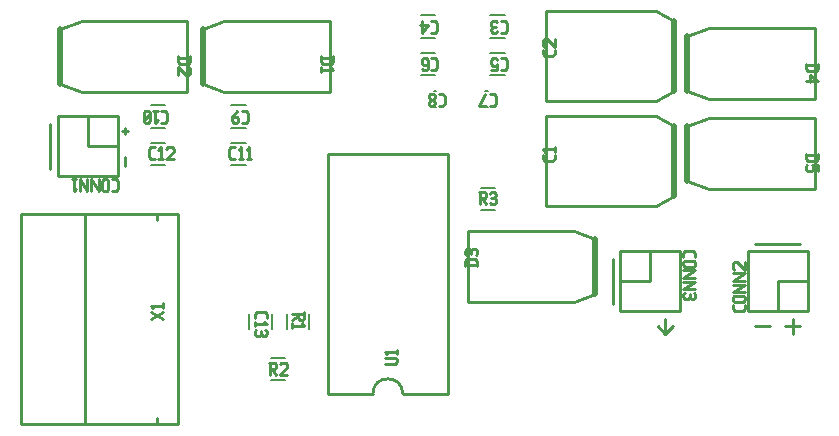
<source format=gbr>
G04 start of page 8 for group -4079 idx -4079 *
G04 Title: (unknown), topsilk *
G04 Creator: pcb 1.99z *
G04 CreationDate: Wed 27 Mar 2013 05:03:32 PM GMT UTC *
G04 For: nock *
G04 Format: Gerber/RS-274X *
G04 PCB-Dimensions (mil): 6000.00 5000.00 *
G04 PCB-Coordinate-Origin: lower left *
%MOIN*%
%FSLAX25Y25*%
%LNTOPSILK*%
%ADD49C,0.0200*%
%ADD48C,0.0080*%
%ADD47C,0.0100*%
G54D47*X325000Y282500D02*Y267500D01*
X342500Y262500D02*Y257500D01*
X340000Y260000D01*
X387500Y287500D02*X372500D01*
X385000Y262500D02*Y257500D01*
X382500Y260000D02*X387500D01*
X372500D02*X377500D01*
X342500Y257500D02*X345000Y260000D01*
X137500Y327500D02*Y312500D01*
X162500Y316500D02*Y313500D01*
X161500Y325000D02*X163500D01*
X162500Y326000D02*Y324000D01*
X270000Y317500D02*Y237500D01*
X230000Y317500D02*X270000D01*
X230000D02*Y237500D01*
X255000D02*X270000D01*
X230000D02*X245000D01*
X255000D02*G75*G03X245000Y237500I-5000J0D01*G01*
G54D48*X197853Y326260D02*X202577D01*
X197853Y333740D02*X202577D01*
X197853Y321240D02*X202577D01*
X197853Y313760D02*X202577D01*
X211043Y249430D02*X215767D01*
X211043Y241950D02*X215767D01*
X211240Y263957D02*Y259233D01*
X203760Y263957D02*Y259233D01*
X223740Y263957D02*Y259233D01*
X216260Y263957D02*Y259233D01*
G54D47*X150100Y297400D02*X180100D01*
X150100Y227400D02*X180100D01*
X149200Y297400D02*Y227400D01*
X173200Y297400D02*Y295400D01*
Y229400D02*Y227400D01*
X180100Y297400D02*Y227400D01*
X127900D02*X150200D01*
X127900Y297400D02*X150200D01*
X127900D02*Y227400D01*
G54D48*X171043Y326260D02*X175767D01*
X171043Y333740D02*X175767D01*
X171043Y321240D02*X175767D01*
X171043Y313760D02*X175767D01*
G54D47*X140000Y330000D02*X160000D01*
X140000D02*Y310000D01*
X160000D01*
Y330000D02*Y310000D01*
X150000Y330000D02*Y320000D01*
X160000D01*
G54D48*X281043Y306240D02*X285767D01*
X281043Y298760D02*X285767D01*
G54D49*X345400Y326700D02*Y303300D01*
G54D47*Y326700D02*X339300Y330000D01*
X302600D02*X339300D01*
X302600D02*Y300000D01*
X339300D01*
X345400Y303300D01*
G54D49*X349900Y326700D02*Y308300D01*
G54D47*X357100Y305700D01*
X392300D01*
Y329300D01*
X357100D01*
X349900Y326700D01*
X327500Y285000D02*Y265000D01*
X347500D01*
Y285000D02*Y265000D01*
X327500Y285000D02*X347500D01*
X327500Y275000D02*X337500D01*
Y285000D02*Y275000D01*
X390000Y285000D02*Y265000D01*
X370000Y285000D02*X390000D01*
X370000D02*Y265000D01*
X390000D01*
X380000Y275000D02*X390000D01*
X380000D02*Y265000D01*
G54D49*X319200Y289200D02*Y270800D01*
G54D47*Y289200D02*X312000Y291800D01*
X276800D02*X312000D01*
X276800D02*Y268200D01*
X312000D01*
X319200Y270800D01*
G54D48*X261043Y356260D02*X265767D01*
X261043Y363740D02*X265767D01*
G54D49*X188300Y359200D02*Y340800D01*
G54D47*X195500Y338200D01*
X230700D01*
Y361800D02*Y338200D01*
X195500Y361800D02*X230700D01*
X195500D02*X188300Y359200D01*
G54D49*X140800D02*Y340800D01*
G54D47*X148000Y338200D01*
X183200D01*
Y361800D02*Y338200D01*
X148000Y361800D02*X183200D01*
X148000D02*X140800Y359200D01*
G54D48*X261043Y343760D02*X265767D01*
X261043Y351240D02*X265767D01*
X265374Y332935D02*X266160D01*
X265374Y338445D02*X266160D01*
X284233Y343760D02*X288957D01*
X284233Y351240D02*X288957D01*
X282460Y332935D02*X283246D01*
X282460Y338445D02*X283246D01*
G54D49*X345400Y361700D02*Y338300D01*
G54D47*Y361700D02*X339300Y365000D01*
X302600D02*X339300D01*
X302600D02*Y335000D01*
X339300D01*
X345400Y338300D01*
G54D49*X349900Y356700D02*Y338300D01*
G54D47*X357100Y335700D01*
X392300D01*
Y359300D01*
X357100D01*
X349900Y356700D01*
G54D48*X284233Y356260D02*X288957D01*
X284233Y363740D02*X288957D01*
G54D47*X280255Y304650D02*X282255D01*
X282755Y304150D01*
Y303150D01*
X282255Y302650D02*X282755Y303150D01*
X280755Y302650D02*X282255D01*
X280755Y304650D02*Y300650D01*
X281555Y302650D02*X282755Y300650D01*
X283955Y304150D02*X284455Y304650D01*
X285455D01*
X285955Y304150D01*
X285455Y300650D02*X285955Y301150D01*
X284455Y300650D02*X285455D01*
X283955Y301150D02*X284455Y300650D01*
Y302850D02*X285455D01*
X285955Y304150D02*Y303350D01*
Y302350D02*Y301150D01*
Y302350D02*X285455Y302850D01*
X285955Y303350D02*X285455Y302850D01*
X284003Y337540D02*X285303D01*
X286003Y336840D02*X285303Y337540D01*
X286003Y336840D02*Y334240D01*
X285303Y333540D01*
X284003D02*X285303D01*
X282303Y337540D02*X280303Y333540D01*
X282803D01*
X305600Y317000D02*Y315700D01*
X304900Y315000D02*X305600Y315700D01*
X302300Y315000D02*X304900D01*
X302300D02*X301600Y315700D01*
Y317000D02*Y315700D01*
X302400Y318200D02*X301600Y319000D01*
X305600D01*
Y319700D02*Y318200D01*
X275800Y280500D02*X279800D01*
X275800Y281800D02*X276500Y282500D01*
X279100D01*
X279800Y281800D02*X279100Y282500D01*
X279800Y281800D02*Y280000D01*
X275800Y281800D02*Y280000D01*
X276300Y283700D02*X275800Y284200D01*
Y285200D02*Y284200D01*
Y285200D02*X276300Y285700D01*
X279800Y285200D02*X279300Y285700D01*
X279800Y285200D02*Y284200D01*
X279300Y283700D02*X279800Y284200D01*
X277600Y285200D02*Y284200D01*
X276300Y285700D02*X277100D01*
X278100D02*X279300D01*
X278100D02*X277600Y285200D01*
X277100Y285700D02*X277600Y285200D01*
X264555Y361850D02*X265855D01*
X266555Y361150D02*X265855Y361850D01*
X266555Y361150D02*Y358550D01*
X265855Y357850D01*
X264555D02*X265855D01*
X263355Y360350D02*X261355Y357850D01*
X260855Y360350D02*X263355D01*
X261355Y361850D02*Y357850D01*
X266917Y337540D02*X268217D01*
X268917Y336840D02*X268217Y337540D01*
X268917Y336840D02*Y334240D01*
X268217Y333540D01*
X266917D02*X268217D01*
X265717Y337040D02*X265217Y337540D01*
X265717Y337040D02*Y336240D01*
X265017Y335540D01*
X264417D02*X265017D01*
X264417D02*X263717Y336240D01*
Y337040D02*Y336240D01*
X264217Y337540D02*X263717Y337040D01*
X264217Y337540D02*X265217D01*
X265717Y334840D02*X265017Y335540D01*
X265717Y334840D02*Y334040D01*
X265217Y333540D01*
X264217D02*X265217D01*
X264217D02*X263717Y334040D01*
Y334840D02*Y334040D01*
X264417Y335540D02*X263717Y334840D01*
X287745Y361850D02*X289045D01*
X289745Y361150D02*X289045Y361850D01*
X289745Y361150D02*Y358550D01*
X289045Y357850D01*
X287745D02*X289045D01*
X286545Y358350D02*X286045Y357850D01*
X285045D02*X286045D01*
X285045D02*X284545Y358350D01*
X285045Y361850D02*X284545Y361350D01*
X285045Y361850D02*X286045D01*
X286545Y361350D02*X286045Y361850D01*
X285045Y359650D02*X286045D01*
X284545Y359150D02*Y358350D01*
Y361350D02*Y360150D01*
X285045Y359650D01*
X284545Y359150D02*X285045Y359650D01*
X264555Y349350D02*X265855D01*
X266555Y348650D02*X265855Y349350D01*
X266555Y348650D02*Y346050D01*
X265855Y345350D01*
X264555D02*X265855D01*
X261855D02*X261355Y345850D01*
X261855Y345350D02*X262855D01*
X263355Y345850D02*X262855Y345350D01*
X263355Y348850D02*Y345850D01*
Y348850D02*X262855Y349350D01*
X261855Y347150D02*X261355Y347650D01*
X261855Y347150D02*X263355D01*
X261855Y349350D02*X262855D01*
X261855D02*X261355Y348850D01*
Y347650D01*
X287745Y349350D02*X289045D01*
X289745Y348650D02*X289045Y349350D01*
X289745Y348650D02*Y346050D01*
X289045Y345350D01*
X287745D02*X289045D01*
X284545D02*X286545D01*
Y347350D02*Y345350D01*
Y347350D02*X286045Y346850D01*
X285045D02*X286045D01*
X285045D02*X284545Y347350D01*
Y348850D02*Y347350D01*
X285045Y349350D02*X284545Y348850D01*
X285045Y349350D02*X286045D01*
X286545Y348850D02*X286045Y349350D01*
X305600Y352000D02*Y350700D01*
X304900Y350000D02*X305600Y350700D01*
X302300Y350000D02*X304900D01*
X302300D02*X301600Y350700D01*
Y352000D02*Y350700D01*
X302100Y353200D02*X301600Y353700D01*
Y355200D02*Y353700D01*
Y355200D02*X302100Y355700D01*
X303100D01*
X305600Y353200D02*X303100Y355700D01*
X305600D02*Y353200D01*
X389300Y347000D02*X393300D01*
Y345700D02*X392600Y345000D01*
X390000D02*X392600D01*
X389300Y345700D02*X390000Y345000D01*
X389300Y347500D02*Y345700D01*
X393300Y347500D02*Y345700D01*
X390800Y343800D02*X393300Y341800D01*
X390800Y343800D02*Y341300D01*
X389300Y341800D02*X393300D01*
X227700Y349500D02*X231700D01*
Y348200D02*X231000Y347500D01*
X228400D02*X231000D01*
X227700Y348200D02*X228400Y347500D01*
X227700Y350000D02*Y348200D01*
X231700Y350000D02*Y348200D01*
X230900Y346300D02*X231700Y345500D01*
X227700D02*X231700D01*
X227700Y346300D02*Y344800D01*
X180200Y349500D02*X184200D01*
Y348200D02*X183500Y347500D01*
X180900D02*X183500D01*
X180200Y348200D02*X180900Y347500D01*
X180200Y350000D02*Y348200D01*
X184200Y350000D02*Y348200D01*
X183700Y346300D02*X184200Y345800D01*
Y344300D01*
X183700Y343800D01*
X182700D02*X183700D01*
X180200Y346300D02*X182700Y343800D01*
X180200Y346300D02*Y343800D01*
X389300Y317000D02*X393300D01*
Y315700D02*X392600Y315000D01*
X390000D02*X392600D01*
X389300Y315700D02*X390000Y315000D01*
X389300Y317500D02*Y315700D01*
X393300Y317500D02*Y315700D01*
Y313800D02*Y311800D01*
X391300Y313800D02*X393300D01*
X391300D02*X391800Y313300D01*
Y312300D01*
X391300Y311800D01*
X389800D02*X391300D01*
X389300Y312300D02*X389800Y311800D01*
X389300Y313300D02*Y312300D01*
X389800Y313800D02*X389300Y313300D01*
X348500Y284300D02*Y283000D01*
X349200Y285000D02*X348500Y284300D01*
X349200Y285000D02*X351800D01*
X352500Y284300D01*
Y283000D01*
X349000Y281800D02*X352000D01*
X352500Y281300D01*
Y280300D01*
X352000Y279800D01*
X349000D02*X352000D01*
X348500Y280300D02*X349000Y279800D01*
X348500Y281300D02*Y280300D01*
X349000Y281800D02*X348500Y281300D01*
Y278600D02*X352500D01*
X348500Y276100D01*
X352500D01*
X348500Y274900D02*X352500D01*
X348500Y272400D01*
X352500D01*
X352000Y271200D02*X352500Y270700D01*
Y269700D01*
X352000Y269200D01*
X348500Y269700D02*X349000Y269200D01*
X348500Y270700D02*Y269700D01*
X349000Y271200D02*X348500Y270700D01*
X350700D02*Y269700D01*
X351200Y269200D02*X352000D01*
X349000D02*X350200D01*
X350700Y269700D01*
X351200Y269200D02*X350700Y269700D01*
X369000Y267000D02*Y265700D01*
X368300Y265000D02*X369000Y265700D01*
X365700Y265000D02*X368300D01*
X365700D02*X365000Y265700D01*
Y267000D02*Y265700D01*
X365500Y268200D02*X368500D01*
X365500D02*X365000Y268700D01*
Y269700D02*Y268700D01*
Y269700D02*X365500Y270200D01*
X368500D01*
X369000Y269700D02*X368500Y270200D01*
X369000Y269700D02*Y268700D01*
X368500Y268200D02*X369000Y268700D01*
X365000Y271400D02*X369000D01*
X365000D02*X369000Y273900D01*
X365000D02*X369000D01*
X365000Y275100D02*X369000D01*
X365000D02*X369000Y277600D01*
X365000D02*X369000D01*
X365500Y278800D02*X365000Y279300D01*
Y280800D02*Y279300D01*
Y280800D02*X365500Y281300D01*
X366500D01*
X369000Y278800D02*X366500Y281300D01*
X369000D02*Y278800D01*
X174555Y331850D02*X175855D01*
X176555Y331150D02*X175855Y331850D01*
X176555Y331150D02*Y328550D01*
X175855Y327850D01*
X174555D02*X175855D01*
X173355Y328650D02*X172555Y327850D01*
Y331850D02*Y327850D01*
X171855Y331850D02*X173355D01*
X170655Y331350D02*X170155Y331850D01*
X170655Y331350D02*Y328350D01*
X170155Y327850D01*
X169155D02*X170155D01*
X169155D02*X168655Y328350D01*
Y331350D02*Y328350D01*
X169155Y331850D02*X168655Y331350D01*
X169155Y331850D02*X170155D01*
X170655Y330850D02*X168655Y328850D01*
X201365Y331850D02*X202665D01*
X203365Y331150D02*X202665Y331850D01*
X203365Y331150D02*Y328550D01*
X202665Y327850D01*
X201365D02*X202665D01*
X199665Y331850D02*X198165Y329850D01*
Y328350D01*
X198665Y327850D02*X198165Y328350D01*
X198665Y327850D02*X199665D01*
X200165Y328350D02*X199665Y327850D01*
X200165Y329350D02*Y328350D01*
Y329350D02*X199665Y329850D01*
X198165D02*X199665D01*
X197765Y315650D02*X199065D01*
X197065Y316350D02*X197765Y315650D01*
X197065Y318950D02*Y316350D01*
Y318950D02*X197765Y319650D01*
X199065D01*
X200265Y318850D02*X201065Y319650D01*
Y315650D01*
X200265D02*X201765D01*
X202965Y318850D02*X203765Y319650D01*
Y315650D01*
X202965D02*X204465D01*
X170955D02*X172255D01*
X170255Y316350D02*X170955Y315650D01*
X170255Y318950D02*Y316350D01*
Y318950D02*X170955Y319650D01*
X172255D01*
X173455Y318850D02*X174255Y319650D01*
Y315650D01*
X173455D02*X174955D01*
X176155Y319150D02*X176655Y319650D01*
X178155D01*
X178655Y319150D01*
Y318150D01*
X176155Y315650D02*X178655Y318150D01*
X176155Y315650D02*X178655D01*
X158000Y309000D02*X159300D01*
X160000Y308300D02*X159300Y309000D01*
X160000Y308300D02*Y305700D01*
X159300Y305000D01*
X158000D02*X159300D01*
X156800Y308500D02*Y305500D01*
X156300Y305000D01*
X155300D02*X156300D01*
X155300D02*X154800Y305500D01*
Y308500D02*Y305500D01*
X155300Y309000D02*X154800Y308500D01*
X155300Y309000D02*X156300D01*
X156800Y308500D02*X156300Y309000D01*
X153600D02*Y305000D01*
X151100Y309000D01*
Y305000D01*
X149900Y309000D02*Y305000D01*
X147400Y309000D01*
Y305000D01*
X146200Y305800D02*X145400Y305000D01*
Y309000D02*Y305000D01*
X144700Y309000D02*X146200D01*
X175100Y262400D02*X171100Y264900D01*
Y262400D02*X175100Y264900D01*
X171900Y266100D02*X171100Y266900D01*
X175100D01*
Y267600D02*Y266100D01*
X249000Y247500D02*X252500D01*
X253000Y248000D01*
Y249000D02*Y248000D01*
Y249000D02*X252500Y249500D01*
X249000D02*X252500D01*
X249800Y250700D02*X249000Y251500D01*
X253000D01*
Y252200D02*Y250700D01*
X205650Y264045D02*Y262745D01*
X206350Y264745D02*X205650Y264045D01*
X206350Y264745D02*X208950D01*
X209650Y264045D01*
Y262745D01*
X208850Y261545D02*X209650Y260745D01*
X205650D02*X209650D01*
X205650Y261545D02*Y260045D01*
X209150Y258845D02*X209650Y258345D01*
Y257345D01*
X209150Y256845D01*
X205650Y257345D02*X206150Y256845D01*
X205650Y258345D02*Y257345D01*
X206150Y258845D02*X205650Y258345D01*
X207850D02*Y257345D01*
X208350Y256845D02*X209150D01*
X206150D02*X207350D01*
X207850Y257345D01*
X208350Y256845D02*X207850Y257345D01*
X222150Y264745D02*Y262745D01*
X221650Y262245D01*
X220650D02*X221650D01*
X220150Y262745D02*X220650Y262245D01*
X220150Y264245D02*Y262745D01*
X218150Y264245D02*X222150D01*
X220150Y263445D02*X218150Y262245D01*
X221350Y261045D02*X222150Y260245D01*
X218150D02*X222150D01*
X218150Y261045D02*Y259545D01*
X210255Y247840D02*X212255D01*
X212755Y247340D01*
Y246340D01*
X212255Y245840D02*X212755Y246340D01*
X210755Y245840D02*X212255D01*
X210755Y247840D02*Y243840D01*
X211555Y245840D02*X212755Y243840D01*
X213955Y247340D02*X214455Y247840D01*
X215955D01*
X216455Y247340D01*
Y246340D01*
X213955Y243840D02*X216455Y246340D01*
X213955Y243840D02*X216455D01*
M02*

</source>
